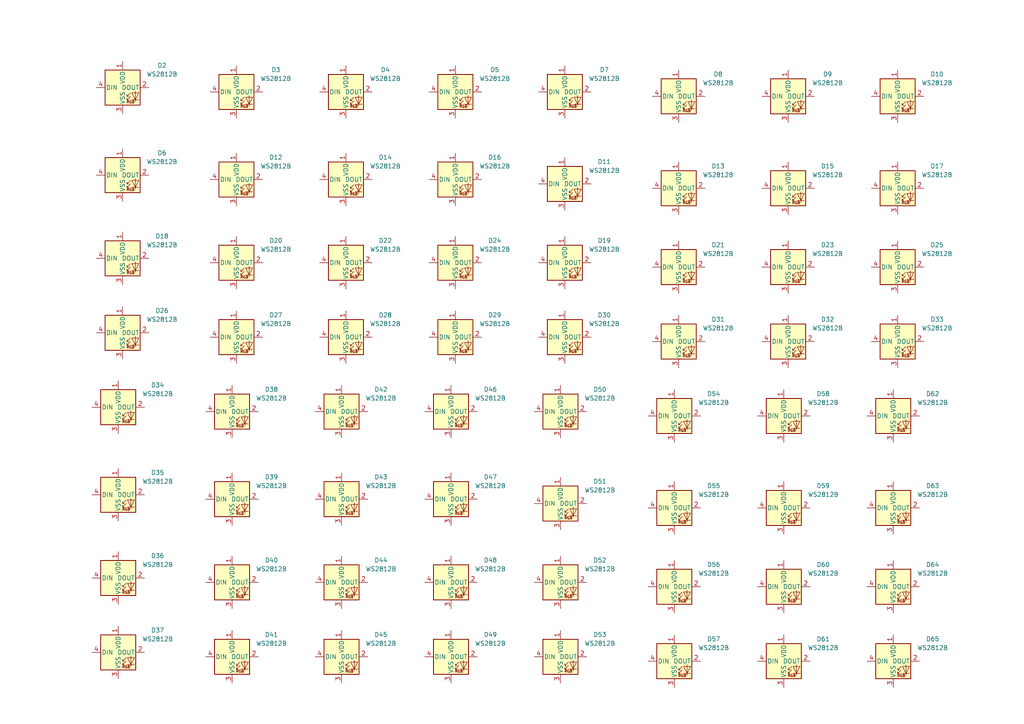
<source format=kicad_sch>
(kicad_sch (version 20250114) (generator "eeschema") (generator_version "9.0")
  (paper "A4")
  (lib_symbols
    (symbol "LED:WS2812B" (pin_names (offset 0.254))
      (property "Reference" "D" (at 5.08 5.715 0))
      (property "Value" "WS2812B" (at 1.27 -5.715 0))
      (symbol "WS2812B_0_0"
        (text "RGB" (at 2.286 -4.191 0) (effects (font (size 0.762 0.762))))
      )
      (symbol "WS2812B_0_1"
        (polyline (pts (xy 1.27 -2.54) (xy 1.778 -2.54)))
        (polyline (pts (xy 1.27 -3.556) (xy 1.778 -3.556)))
        (polyline (pts (xy 2.286 -1.524) (xy 1.27 -2.54) (xy 1.27 -2.032)))
        (polyline (pts (xy 2.286 -2.54) (xy 1.27 -3.556) (xy 1.27 -3.048)))
        (polyline (pts (xy 3.683 -1.016) (xy 3.683 -3.556) (xy 3.683 -4.064)))
        (polyline (pts (xy 4.699 -1.524) (xy 2.667 -1.524) (xy 3.683 -3.556) (xy 4.699 -1.524)))
        (polyline (pts (xy 4.699 -3.556) (xy 2.667 -3.556)))
        (rectangle (start 5.08 5.08) (end -5.08 -5.08) (stroke (width 0.254)) (fill (type background)))
      )
      (symbol "WS2812B_1_1"
        (pin input line (at -7.62 0 0) (length 2.54) (name "DIN") (number "4"))
        (pin power_in line (at 0 7.62 270) (length 2.54) (name "VDD") (number "1"))
        (pin power_in line (at 0 -7.62 90) (length 2.54) (name "VSS") (number "3"))
        (pin output line (at 7.62 0 180) (length 2.54) (name "DOUT") (number "2"))
      )
    )
  )
  (symbol (lib_id "LED:WS2812B") (at 163.83 97.79 0) (unit 1)
    (property "Reference" "D30" (at 175.26 91.3698 0))
    (property "Value" "WS2812B" (at 175.26 93.9098 0))
    (property "Footprint" "LED_SMD:LED_WS2812B_PLCC4_5.0x5.0mm_P3.2mm" (effects (hide yes)))
    (property "Datasheet" "https://cdn-shop.adafruit.com/datasheets/WS2812B.pdf" (effects (hide yes)))
    (property "Description" "RGB LED with integrated controller" (effects (hide yes)))
  )
  (symbol (lib_id "LED:WS2812B") (at 132.08 76.2 0) (unit 1)
    (property "Reference" "D24" (at 143.51 69.7798 0))
    (property "Value" "WS2812B" (at 143.51 72.3198 0))
    (property "Footprint" "LED_SMD:LED_WS2812B_PLCC4_5.0x5.0mm_P3.2mm" (effects (hide yes)))
    (property "Datasheet" "https://cdn-shop.adafruit.com/datasheets/WS2812B.pdf" (effects (hide yes)))
    (property "Description" "RGB LED with integrated controller" (effects (hide yes)))
  )
  (symbol (lib_id "LED:WS2812B") (at 196.85 27.94 0) (unit 1)
    (property "Reference" "D8" (at 208.28 21.5198 0))
    (property "Value" "WS2812B" (at 208.28 24.0598 0))
    (property "Footprint" "LED_SMD:LED_WS2812B_PLCC4_5.0x5.0mm_P3.2mm" (effects (hide yes)))
    (property "Datasheet" "https://cdn-shop.adafruit.com/datasheets/WS2812B.pdf" (effects (hide yes)))
    (property "Description" "RGB LED with integrated controller" (effects (hide yes)))
  )
  (symbol (lib_id "LED:WS2812B") (at 34.29 189.23 0) (unit 1)
    (property "Reference" "D37" (at 45.72 182.8098 0))
    (property "Value" "WS2812B" (at 45.72 185.3498 0))
    (property "Footprint" "LED_SMD:LED_WS2812B_PLCC4_5.0x5.0mm_P3.2mm" (effects (hide yes)))
    (property "Datasheet" "https://cdn-shop.adafruit.com/datasheets/WS2812B.pdf" (effects (hide yes)))
    (property "Description" "RGB LED with integrated controller" (effects (hide yes)))
  )
  (symbol (lib_id "LED:WS2812B") (at 260.35 99.06 0) (unit 1)
    (property "Reference" "D33" (at 271.78 92.6398 0))
    (property "Value" "WS2812B" (at 271.78 95.1798 0))
    (property "Footprint" "LED_SMD:LED_WS2812B_PLCC4_5.0x5.0mm_P3.2mm" (effects (hide yes)))
    (property "Datasheet" "https://cdn-shop.adafruit.com/datasheets/WS2812B.pdf" (effects (hide yes)))
    (property "Description" "RGB LED with integrated controller" (effects (hide yes)))
  )
  (symbol (lib_id "LED:WS2812B") (at 35.56 50.8 0) (unit 1)
    (property "Reference" "D6" (at 46.99 44.3798 0))
    (property "Value" "WS2812B" (at 46.99 46.9198 0))
    (property "Footprint" "LED_SMD:LED_WS2812B_PLCC4_5.0x5.0mm_P3.2mm" (effects (hide yes)))
    (property "Datasheet" "https://cdn-shop.adafruit.com/datasheets/WS2812B.pdf" (effects (hide yes)))
    (property "Description" "RGB LED with integrated controller" (effects (hide yes)))
  )
  (symbol (lib_id "LED:WS2812B") (at 259.08 120.65 0) (unit 1)
    (property "Reference" "D62" (at 270.51 114.2298 0))
    (property "Value" "WS2812B" (at 270.51 116.7698 0))
    (property "Footprint" "LED_SMD:LED_WS2812B_PLCC4_5.0x5.0mm_P3.2mm" (effects (hide yes)))
    (property "Datasheet" "https://cdn-shop.adafruit.com/datasheets/WS2812B.pdf" (effects (hide yes)))
    (property "Description" "RGB LED with integrated controller" (effects (hide yes)))
  )
  (symbol (lib_id "LED:WS2812B") (at 259.08 147.32 0) (unit 1)
    (property "Reference" "D63" (at 270.51 140.8998 0))
    (property "Value" "WS2812B" (at 270.51 143.4398 0))
    (property "Footprint" "LED_SMD:LED_WS2812B_PLCC4_5.0x5.0mm_P3.2mm" (effects (hide yes)))
    (property "Datasheet" "https://cdn-shop.adafruit.com/datasheets/WS2812B.pdf" (effects (hide yes)))
    (property "Description" "RGB LED with integrated controller" (effects (hide yes)))
  )
  (symbol (lib_id "LED:WS2812B") (at 162.56 190.5 0) (unit 1)
    (property "Reference" "D53" (at 173.99 184.0798 0))
    (property "Value" "WS2812B" (at 173.99 186.6198 0))
    (property "Footprint" "LED_SMD:LED_WS2812B_PLCC4_5.0x5.0mm_P3.2mm" (effects (hide yes)))
    (property "Datasheet" "https://cdn-shop.adafruit.com/datasheets/WS2812B.pdf" (effects (hide yes)))
    (property "Description" "RGB LED with integrated controller" (effects (hide yes)))
  )
  (symbol (lib_id "LED:WS2812B") (at 196.85 99.06 0) (unit 1)
    (property "Reference" "D31" (at 208.28 92.6398 0))
    (property "Value" "WS2812B" (at 208.28 95.1798 0))
    (property "Footprint" "LED_SMD:LED_WS2812B_PLCC4_5.0x5.0mm_P3.2mm" (effects (hide yes)))
    (property "Datasheet" "https://cdn-shop.adafruit.com/datasheets/WS2812B.pdf" (effects (hide yes)))
    (property "Description" "RGB LED with integrated controller" (effects (hide yes)))
  )
  (symbol (lib_id "LED:WS2812B") (at 67.31 168.91 0) (unit 1)
    (property "Reference" "D40" (at 78.74 162.4898 0))
    (property "Value" "WS2812B" (at 78.74 165.0298 0))
    (property "Footprint" "LED_SMD:LED_WS2812B_PLCC4_5.0x5.0mm_P3.2mm" (effects (hide yes)))
    (property "Datasheet" "https://cdn-shop.adafruit.com/datasheets/WS2812B.pdf" (effects (hide yes)))
    (property "Description" "RGB LED with integrated controller" (effects (hide yes)))
  )
  (symbol (lib_id "LED:WS2812B") (at 99.06 144.78 0) (unit 1)
    (property "Reference" "D43" (at 110.49 138.3598 0))
    (property "Value" "WS2812B" (at 110.49 140.8998 0))
    (property "Footprint" "LED_SMD:LED_WS2812B_PLCC4_5.0x5.0mm_P3.2mm" (effects (hide yes)))
    (property "Datasheet" "https://cdn-shop.adafruit.com/datasheets/WS2812B.pdf" (effects (hide yes)))
    (property "Description" "RGB LED with integrated controller" (effects (hide yes)))
  )
  (symbol (lib_id "LED:WS2812B") (at 228.6 54.61 0) (unit 1)
    (property "Reference" "D15" (at 240.03 48.1898 0))
    (property "Value" "WS2812B" (at 240.03 50.7298 0))
    (property "Footprint" "LED_SMD:LED_WS2812B_PLCC4_5.0x5.0mm_P3.2mm" (effects (hide yes)))
    (property "Datasheet" "https://cdn-shop.adafruit.com/datasheets/WS2812B.pdf" (effects (hide yes)))
    (property "Description" "RGB LED with integrated controller" (effects (hide yes)))
  )
  (symbol (lib_id "LED:WS2812B") (at 68.58 97.79 0) (unit 1)
    (property "Reference" "D27" (at 80.01 91.3698 0))
    (property "Value" "WS2812B" (at 80.01 93.9098 0))
    (property "Footprint" "LED_SMD:LED_WS2812B_PLCC4_5.0x5.0mm_P3.2mm" (effects (hide yes)))
    (property "Datasheet" "https://cdn-shop.adafruit.com/datasheets/WS2812B.pdf" (effects (hide yes)))
    (property "Description" "RGB LED with integrated controller" (effects (hide yes)))
  )
  (symbol (lib_id "LED:WS2812B") (at 67.31 119.38 0) (unit 1)
    (property "Reference" "D38" (at 78.74 112.9598 0))
    (property "Value" "WS2812B" (at 78.74 115.4998 0))
    (property "Footprint" "LED_SMD:LED_WS2812B_PLCC4_5.0x5.0mm_P3.2mm" (effects (hide yes)))
    (property "Datasheet" "https://cdn-shop.adafruit.com/datasheets/WS2812B.pdf" (effects (hide yes)))
    (property "Description" "RGB LED with integrated controller" (effects (hide yes)))
  )
  (symbol (lib_id "LED:WS2812B") (at 260.35 27.94 0) (unit 1)
    (property "Reference" "D10" (at 271.78 21.5198 0))
    (property "Value" "WS2812B" (at 271.78 24.0598 0))
    (property "Footprint" "LED_SMD:LED_WS2812B_PLCC4_5.0x5.0mm_P3.2mm" (effects (hide yes)))
    (property "Datasheet" "https://cdn-shop.adafruit.com/datasheets/WS2812B.pdf" (effects (hide yes)))
    (property "Description" "RGB LED with integrated controller" (effects (hide yes)))
  )
  (symbol (lib_id "LED:WS2812B") (at 130.81 119.38 0) (unit 1)
    (property "Reference" "D46" (at 142.24 112.9598 0))
    (property "Value" "WS2812B" (at 142.24 115.4998 0))
    (property "Footprint" "LED_SMD:LED_WS2812B_PLCC4_5.0x5.0mm_P3.2mm" (effects (hide yes)))
    (property "Datasheet" "https://cdn-shop.adafruit.com/datasheets/WS2812B.pdf" (effects (hide yes)))
    (property "Description" "RGB LED with integrated controller" (effects (hide yes)))
  )
  (symbol (lib_id "LED:WS2812B") (at 227.33 147.32 0) (unit 1)
    (property "Reference" "D59" (at 238.76 140.8998 0))
    (property "Value" "WS2812B" (at 238.76 143.4398 0))
    (property "Footprint" "LED_SMD:LED_WS2812B_PLCC4_5.0x5.0mm_P3.2mm" (effects (hide yes)))
    (property "Datasheet" "https://cdn-shop.adafruit.com/datasheets/WS2812B.pdf" (effects (hide yes)))
    (property "Description" "RGB LED with integrated controller" (effects (hide yes)))
  )
  (symbol (lib_id "LED:WS2812B") (at 227.33 120.65 0) (unit 1)
    (property "Reference" "D58" (at 238.76 114.2298 0))
    (property "Value" "WS2812B" (at 238.76 116.7698 0))
    (property "Footprint" "LED_SMD:LED_WS2812B_PLCC4_5.0x5.0mm_P3.2mm" (effects (hide yes)))
    (property "Datasheet" "https://cdn-shop.adafruit.com/datasheets/WS2812B.pdf" (effects (hide yes)))
    (property "Description" "RGB LED with integrated controller" (effects (hide yes)))
  )
  (symbol (lib_id "LED:WS2812B") (at 162.56 119.38 0) (unit 1)
    (property "Reference" "D50" (at 173.99 112.9598 0))
    (property "Value" "WS2812B" (at 173.99 115.4998 0))
    (property "Footprint" "LED_SMD:LED_WS2812B_PLCC4_5.0x5.0mm_P3.2mm" (effects (hide yes)))
    (property "Datasheet" "https://cdn-shop.adafruit.com/datasheets/WS2812B.pdf" (effects (hide yes)))
    (property "Description" "RGB LED with integrated controller" (effects (hide yes)))
  )
  (symbol (lib_id "LED:WS2812B") (at 34.29 167.64 0) (unit 1)
    (property "Reference" "D36" (at 45.72 161.2198 0))
    (property "Value" "WS2812B" (at 45.72 163.7598 0))
    (property "Footprint" "LED_SMD:LED_WS2812B_PLCC4_5.0x5.0mm_P3.2mm" (effects (hide yes)))
    (property "Datasheet" "https://cdn-shop.adafruit.com/datasheets/WS2812B.pdf" (effects (hide yes)))
    (property "Description" "RGB LED with integrated controller" (effects (hide yes)))
  )
  (symbol (lib_id "LED:WS2812B") (at 130.81 190.5 0) (unit 1)
    (property "Reference" "D49" (at 142.24 184.0798 0))
    (property "Value" "WS2812B" (at 142.24 186.6198 0))
    (property "Footprint" "LED_SMD:LED_WS2812B_PLCC4_5.0x5.0mm_P3.2mm" (effects (hide yes)))
    (property "Datasheet" "https://cdn-shop.adafruit.com/datasheets/WS2812B.pdf" (effects (hide yes)))
    (property "Description" "RGB LED with integrated controller" (effects (hide yes)))
  )
  (symbol (lib_id "LED:WS2812B") (at 259.08 170.18 0) (unit 1)
    (property "Reference" "D64" (at 270.51 163.7598 0))
    (property "Value" "WS2812B" (at 270.51 166.2998 0))
    (property "Footprint" "LED_SMD:LED_WS2812B_PLCC4_5.0x5.0mm_P3.2mm" (effects (hide yes)))
    (property "Datasheet" "https://cdn-shop.adafruit.com/datasheets/WS2812B.pdf" (effects (hide yes)))
    (property "Description" "RGB LED with integrated controller" (effects (hide yes)))
  )
  (symbol (lib_id "LED:WS2812B") (at 100.33 76.2 0) (unit 1)
    (property "Reference" "D22" (at 111.76 69.7798 0))
    (property "Value" "WS2812B" (at 111.76 72.3198 0))
    (property "Footprint" "LED_SMD:LED_WS2812B_PLCC4_5.0x5.0mm_P3.2mm" (effects (hide yes)))
    (property "Datasheet" "https://cdn-shop.adafruit.com/datasheets/WS2812B.pdf" (effects (hide yes)))
    (property "Description" "RGB LED with integrated controller" (effects (hide yes)))
  )
  (symbol (lib_id "LED:WS2812B") (at 228.6 77.47 0) (unit 1)
    (property "Reference" "D23" (at 240.03 71.0498 0))
    (property "Value" "WS2812B" (at 240.03 73.5898 0))
    (property "Footprint" "LED_SMD:LED_WS2812B_PLCC4_5.0x5.0mm_P3.2mm" (effects (hide yes)))
    (property "Datasheet" "https://cdn-shop.adafruit.com/datasheets/WS2812B.pdf" (effects (hide yes)))
    (property "Description" "RGB LED with integrated controller" (effects (hide yes)))
  )
  (symbol (lib_id "LED:WS2812B") (at 34.29 143.51 0) (unit 1)
    (property "Reference" "D35" (at 45.72 137.0898 0))
    (property "Value" "WS2812B" (at 45.72 139.6298 0))
    (property "Footprint" "LED_SMD:LED_WS2812B_PLCC4_5.0x5.0mm_P3.2mm" (effects (hide yes)))
    (property "Datasheet" "https://cdn-shop.adafruit.com/datasheets/WS2812B.pdf" (effects (hide yes)))
    (property "Description" "RGB LED with integrated controller" (effects (hide yes)))
  )
  (symbol (lib_id "LED:WS2812B") (at 228.6 99.06 0) (unit 1)
    (property "Reference" "D32" (at 240.03 92.6398 0))
    (property "Value" "WS2812B" (at 240.03 95.1798 0))
    (property "Footprint" "LED_SMD:LED_WS2812B_PLCC4_5.0x5.0mm_P3.2mm" (effects (hide yes)))
    (property "Datasheet" "https://cdn-shop.adafruit.com/datasheets/WS2812B.pdf" (effects (hide yes)))
    (property "Description" "RGB LED with integrated controller" (effects (hide yes)))
  )
  (symbol (lib_id "LED:WS2812B") (at 68.58 26.67 0) (unit 1)
    (property "Reference" "D3" (at 80.01 20.2498 0))
    (property "Value" "WS2812B" (at 80.01 22.7898 0))
    (property "Footprint" "LED_SMD:LED_WS2812B_PLCC4_5.0x5.0mm_P3.2mm" (effects (hide yes)))
    (property "Datasheet" "https://cdn-shop.adafruit.com/datasheets/WS2812B.pdf" (effects (hide yes)))
    (property "Description" "RGB LED with integrated controller" (effects (hide yes)))
  )
  (symbol (lib_id "LED:WS2812B") (at 163.83 76.2 0) (unit 1)
    (property "Reference" "D19" (at 175.26 69.7798 0))
    (property "Value" "WS2812B" (at 175.26 72.3198 0))
    (property "Footprint" "LED_SMD:LED_WS2812B_PLCC4_5.0x5.0mm_P3.2mm" (effects (hide yes)))
    (property "Datasheet" "https://cdn-shop.adafruit.com/datasheets/WS2812B.pdf" (effects (hide yes)))
    (property "Description" "RGB LED with integrated controller" (effects (hide yes)))
  )
  (symbol (lib_id "LED:WS2812B") (at 260.35 77.47 0) (unit 1)
    (property "Reference" "D25" (at 271.78 71.0498 0))
    (property "Value" "WS2812B" (at 271.78 73.5898 0))
    (property "Footprint" "LED_SMD:LED_WS2812B_PLCC4_5.0x5.0mm_P3.2mm" (effects (hide yes)))
    (property "Datasheet" "https://cdn-shop.adafruit.com/datasheets/WS2812B.pdf" (effects (hide yes)))
    (property "Description" "RGB LED with integrated controller" (effects (hide yes)))
  )
  (symbol (lib_id "LED:WS2812B") (at 259.08 191.77 0) (unit 1)
    (property "Reference" "D65" (at 270.51 185.3498 0))
    (property "Value" "WS2812B" (at 270.51 187.8898 0))
    (property "Footprint" "LED_SMD:LED_WS2812B_PLCC4_5.0x5.0mm_P3.2mm" (effects (hide yes)))
    (property "Datasheet" "https://cdn-shop.adafruit.com/datasheets/WS2812B.pdf" (effects (hide yes)))
    (property "Description" "RGB LED with integrated controller" (effects (hide yes)))
  )
  (symbol (lib_id "LED:WS2812B") (at 35.56 25.4 0) (unit 1)
    (property "Reference" "D2" (at 46.99 18.9798 0))
    (property "Value" "WS2812B" (at 46.99 21.5198 0))
    (property "Footprint" "LED_SMD:LED_WS2812B_PLCC4_5.0x5.0mm_P3.2mm" (effects (hide yes)))
    (property "Datasheet" "https://cdn-shop.adafruit.com/datasheets/WS2812B.pdf" (effects (hide yes)))
    (property "Description" "RGB LED with integrated controller" (effects (hide yes)))
  )
  (symbol (lib_id "LED:WS2812B") (at 162.56 168.91 0) (unit 1)
    (property "Reference" "D52" (at 173.99 162.4898 0))
    (property "Value" "WS2812B" (at 173.99 165.0298 0))
    (property "Footprint" "LED_SMD:LED_WS2812B_PLCC4_5.0x5.0mm_P3.2mm" (effects (hide yes)))
    (property "Datasheet" "https://cdn-shop.adafruit.com/datasheets/WS2812B.pdf" (effects (hide yes)))
    (property "Description" "RGB LED with integrated controller" (effects (hide yes)))
  )
  (symbol (lib_id "LED:WS2812B") (at 227.33 191.77 0) (unit 1)
    (property "Reference" "D61" (at 238.76 185.3498 0))
    (property "Value" "WS2812B" (at 238.76 187.8898 0))
    (property "Footprint" "LED_SMD:LED_WS2812B_PLCC4_5.0x5.0mm_P3.2mm" (effects (hide yes)))
    (property "Datasheet" "https://cdn-shop.adafruit.com/datasheets/WS2812B.pdf" (effects (hide yes)))
    (property "Description" "RGB LED with integrated controller" (effects (hide yes)))
  )
  (symbol (lib_id "LED:WS2812B") (at 100.33 52.07 0) (unit 1)
    (property "Reference" "D14" (at 111.76 45.6498 0))
    (property "Value" "WS2812B" (at 111.76 48.1898 0))
    (property "Footprint" "LED_SMD:LED_WS2812B_PLCC4_5.0x5.0mm_P3.2mm" (effects (hide yes)))
    (property "Datasheet" "https://cdn-shop.adafruit.com/datasheets/WS2812B.pdf" (effects (hide yes)))
    (property "Description" "RGB LED with integrated controller" (effects (hide yes)))
  )
  (symbol (lib_id "LED:WS2812B") (at 195.58 120.65 0) (unit 1)
    (property "Reference" "D54" (at 207.01 114.2298 0))
    (property "Value" "WS2812B" (at 207.01 116.7698 0))
    (property "Footprint" "LED_SMD:LED_WS2812B_PLCC4_5.0x5.0mm_P3.2mm" (effects (hide yes)))
    (property "Datasheet" "https://cdn-shop.adafruit.com/datasheets/WS2812B.pdf" (effects (hide yes)))
    (property "Description" "RGB LED with integrated controller" (effects (hide yes)))
  )
  (symbol (lib_id "LED:WS2812B") (at 35.56 96.52 0) (unit 1)
    (property "Reference" "D26" (at 46.99 90.0998 0))
    (property "Value" "WS2812B" (at 46.99 92.6398 0))
    (property "Footprint" "LED_SMD:LED_WS2812B_PLCC4_5.0x5.0mm_P3.2mm" (effects (hide yes)))
    (property "Datasheet" "https://cdn-shop.adafruit.com/datasheets/WS2812B.pdf" (effects (hide yes)))
    (property "Description" "RGB LED with integrated controller" (effects (hide yes)))
  )
  (symbol (lib_id "LED:WS2812B") (at 162.56 146.05 0) (unit 1)
    (property "Reference" "D51" (at 173.99 139.6298 0))
    (property "Value" "WS2812B" (at 173.99 142.1698 0))
    (property "Footprint" "LED_SMD:LED_WS2812B_PLCC4_5.0x5.0mm_P3.2mm" (effects (hide yes)))
    (property "Datasheet" "https://cdn-shop.adafruit.com/datasheets/WS2812B.pdf" (effects (hide yes)))
    (property "Description" "RGB LED with integrated controller" (effects (hide yes)))
  )
  (symbol (lib_id "LED:WS2812B") (at 260.35 54.61 0) (unit 1)
    (property "Reference" "D17" (at 271.78 48.1898 0))
    (property "Value" "WS2812B" (at 271.78 50.7298 0))
    (property "Footprint" "LED_SMD:LED_WS2812B_PLCC4_5.0x5.0mm_P3.2mm" (effects (hide yes)))
    (property "Datasheet" "https://cdn-shop.adafruit.com/datasheets/WS2812B.pdf" (effects (hide yes)))
    (property "Description" "RGB LED with integrated controller" (effects (hide yes)))
  )
  (symbol (lib_id "LED:WS2812B") (at 67.31 144.78 0) (unit 1)
    (property "Reference" "D39" (at 78.74 138.3598 0))
    (property "Value" "WS2812B" (at 78.74 140.8998 0))
    (property "Footprint" "LED_SMD:LED_WS2812B_PLCC4_5.0x5.0mm_P3.2mm" (effects (hide yes)))
    (property "Datasheet" "https://cdn-shop.adafruit.com/datasheets/WS2812B.pdf" (effects (hide yes)))
    (property "Description" "RGB LED with integrated controller" (effects (hide yes)))
  )
  (symbol (lib_id "LED:WS2812B") (at 100.33 97.79 0) (unit 1)
    (property "Reference" "D28" (at 111.76 91.3698 0))
    (property "Value" "WS2812B" (at 111.76 93.9098 0))
    (property "Footprint" "LED_SMD:LED_WS2812B_PLCC4_5.0x5.0mm_P3.2mm" (effects (hide yes)))
    (property "Datasheet" "https://cdn-shop.adafruit.com/datasheets/WS2812B.pdf" (effects (hide yes)))
    (property "Description" "RGB LED with integrated controller" (effects (hide yes)))
  )
  (symbol (lib_id "LED:WS2812B") (at 163.83 53.34 0) (unit 1)
    (property "Reference" "D11" (at 175.26 46.9198 0))
    (property "Value" "WS2812B" (at 175.26 49.4598 0))
    (property "Footprint" "LED_SMD:LED_WS2812B_PLCC4_5.0x5.0mm_P3.2mm" (effects (hide yes)))
    (property "Datasheet" "https://cdn-shop.adafruit.com/datasheets/WS2812B.pdf" (effects (hide yes)))
    (property "Description" "RGB LED with integrated controller" (effects (hide yes)))
  )
  (symbol (lib_id "LED:WS2812B") (at 130.81 144.78 0) (unit 1)
    (property "Reference" "D47" (at 142.24 138.3598 0))
    (property "Value" "WS2812B" (at 142.24 140.8998 0))
    (property "Footprint" "LED_SMD:LED_WS2812B_PLCC4_5.0x5.0mm_P3.2mm" (effects (hide yes)))
    (property "Datasheet" "https://cdn-shop.adafruit.com/datasheets/WS2812B.pdf" (effects (hide yes)))
    (property "Description" "RGB LED with integrated controller" (effects (hide yes)))
  )
  (symbol (lib_id "LED:WS2812B") (at 195.58 170.18 0) (unit 1)
    (property "Reference" "D56" (at 207.01 163.7598 0))
    (property "Value" "WS2812B" (at 207.01 166.2998 0))
    (property "Footprint" "LED_SMD:LED_WS2812B_PLCC4_5.0x5.0mm_P3.2mm" (effects (hide yes)))
    (property "Datasheet" "https://cdn-shop.adafruit.com/datasheets/WS2812B.pdf" (effects (hide yes)))
    (property "Description" "RGB LED with integrated controller" (effects (hide yes)))
  )
  (symbol (lib_id "LED:WS2812B") (at 68.58 52.07 0) (unit 1)
    (property "Reference" "D12" (at 80.01 45.6498 0))
    (property "Value" "WS2812B" (at 80.01 48.1898 0))
    (property "Footprint" "LED_SMD:LED_WS2812B_PLCC4_5.0x5.0mm_P3.2mm" (effects (hide yes)))
    (property "Datasheet" "https://cdn-shop.adafruit.com/datasheets/WS2812B.pdf" (effects (hide yes)))
    (property "Description" "RGB LED with integrated controller" (effects (hide yes)))
  )
  (symbol (lib_id "LED:WS2812B") (at 99.06 119.38 0) (unit 1)
    (property "Reference" "D42" (at 110.49 112.9598 0))
    (property "Value" "WS2812B" (at 110.49 115.4998 0))
    (property "Footprint" "LED_SMD:LED_WS2812B_PLCC4_5.0x5.0mm_P3.2mm" (effects (hide yes)))
    (property "Datasheet" "https://cdn-shop.adafruit.com/datasheets/WS2812B.pdf" (effects (hide yes)))
    (property "Description" "RGB LED with integrated controller" (effects (hide yes)))
  )
  (symbol (lib_id "LED:WS2812B") (at 228.6 27.94 0) (unit 1)
    (property "Reference" "D9" (at 240.03 21.5198 0))
    (property "Value" "WS2812B" (at 240.03 24.0598 0))
    (property "Footprint" "LED_SMD:LED_WS2812B_PLCC4_5.0x5.0mm_P3.2mm" (effects (hide yes)))
    (property "Datasheet" "https://cdn-shop.adafruit.com/datasheets/WS2812B.pdf" (effects (hide yes)))
    (property "Description" "RGB LED with integrated controller" (effects (hide yes)))
  )
  (symbol (lib_id "LED:WS2812B") (at 99.06 168.91 0) (unit 1)
    (property "Reference" "D44" (at 110.49 162.4898 0))
    (property "Value" "WS2812B" (at 110.49 165.0298 0))
    (property "Footprint" "LED_SMD:LED_WS2812B_PLCC4_5.0x5.0mm_P3.2mm" (effects (hide yes)))
    (property "Datasheet" "https://cdn-shop.adafruit.com/datasheets/WS2812B.pdf" (effects (hide yes)))
    (property "Description" "RGB LED with integrated controller" (effects (hide yes)))
  )
  (symbol (lib_id "LED:WS2812B") (at 196.85 54.61 0) (unit 1)
    (property "Reference" "D13" (at 208.28 48.1898 0))
    (property "Value" "WS2812B" (at 208.28 50.7298 0))
    (property "Footprint" "LED_SMD:LED_WS2812B_PLCC4_5.0x5.0mm_P3.2mm" (effects (hide yes)))
    (property "Datasheet" "https://cdn-shop.adafruit.com/datasheets/WS2812B.pdf" (effects (hide yes)))
    (property "Description" "RGB LED with integrated controller" (effects (hide yes)))
  )
  (symbol (lib_id "LED:WS2812B") (at 196.85 77.47 0) (unit 1)
    (property "Reference" "D21" (at 208.28 71.0498 0))
    (property "Value" "WS2812B" (at 208.28 73.5898 0))
    (property "Footprint" "LED_SMD:LED_WS2812B_PLCC4_5.0x5.0mm_P3.2mm" (effects (hide yes)))
    (property "Datasheet" "https://cdn-shop.adafruit.com/datasheets/WS2812B.pdf" (effects (hide yes)))
    (property "Description" "RGB LED with integrated controller" (effects (hide yes)))
  )
  (symbol (lib_id "LED:WS2812B") (at 100.33 26.67 0) (unit 1)
    (property "Reference" "D4" (at 111.76 20.2498 0))
    (property "Value" "WS2812B" (at 111.76 22.7898 0))
    (property "Footprint" "LED_SMD:LED_WS2812B_PLCC4_5.0x5.0mm_P3.2mm" (effects (hide yes)))
    (property "Datasheet" "https://cdn-shop.adafruit.com/datasheets/WS2812B.pdf" (effects (hide yes)))
    (property "Description" "RGB LED with integrated controller" (effects (hide yes)))
  )
  (symbol (lib_id "LED:WS2812B") (at 195.58 191.77 0) (unit 1)
    (property "Reference" "D57" (at 207.01 185.3498 0))
    (property "Value" "WS2812B" (at 207.01 187.8898 0))
    (property "Footprint" "LED_SMD:LED_WS2812B_PLCC4_5.0x5.0mm_P3.2mm" (effects (hide yes)))
    (property "Datasheet" "https://cdn-shop.adafruit.com/datasheets/WS2812B.pdf" (effects (hide yes)))
    (property "Description" "RGB LED with integrated controller" (effects (hide yes)))
  )
  (symbol (lib_id "LED:WS2812B") (at 67.31 190.5 0) (unit 1)
    (property "Reference" "D41" (at 78.74 184.0798 0))
    (property "Value" "WS2812B" (at 78.74 186.6198 0))
    (property "Footprint" "LED_SMD:LED_WS2812B_PLCC4_5.0x5.0mm_P3.2mm" (effects (hide yes)))
    (property "Datasheet" "https://cdn-shop.adafruit.com/datasheets/WS2812B.pdf" (effects (hide yes)))
    (property "Description" "RGB LED with integrated controller" (effects (hide yes)))
  )
  (symbol (lib_id "LED:WS2812B") (at 132.08 97.79 0) (unit 1)
    (property "Reference" "D29" (at 143.51 91.3698 0))
    (property "Value" "WS2812B" (at 143.51 93.9098 0))
    (property "Footprint" "LED_SMD:LED_WS2812B_PLCC4_5.0x5.0mm_P3.2mm" (effects (hide yes)))
    (property "Datasheet" "https://cdn-shop.adafruit.com/datasheets/WS2812B.pdf" (effects (hide yes)))
    (property "Description" "RGB LED with integrated controller" (effects (hide yes)))
  )
  (symbol (lib_id "LED:WS2812B") (at 130.81 168.91 0) (unit 1)
    (property "Reference" "D48" (at 142.24 162.4898 0))
    (property "Value" "WS2812B" (at 142.24 165.0298 0))
    (property "Footprint" "LED_SMD:LED_WS2812B_PLCC4_5.0x5.0mm_P3.2mm" (effects (hide yes)))
    (property "Datasheet" "https://cdn-shop.adafruit.com/datasheets/WS2812B.pdf" (effects (hide yes)))
    (property "Description" "RGB LED with integrated controller" (effects (hide yes)))
  )
  (symbol (lib_id "LED:WS2812B") (at 195.58 147.32 0) (unit 1)
    (property "Reference" "D55" (at 207.01 140.8998 0))
    (property "Value" "WS2812B" (at 207.01 143.4398 0))
    (property "Footprint" "LED_SMD:LED_WS2812B_PLCC4_5.0x5.0mm_P3.2mm" (effects (hide yes)))
    (property "Datasheet" "https://cdn-shop.adafruit.com/datasheets/WS2812B.pdf" (effects (hide yes)))
    (property "Description" "RGB LED with integrated controller" (effects (hide yes)))
  )
  (symbol (lib_id "LED:WS2812B") (at 35.56 74.93 0) (unit 1)
    (property "Reference" "D18" (at 46.99 68.5098 0))
    (property "Value" "WS2812B" (at 46.99 71.0498 0))
    (property "Footprint" "LED_SMD:LED_WS2812B_PLCC4_5.0x5.0mm_P3.2mm" (effects (hide yes)))
    (property "Datasheet" "https://cdn-shop.adafruit.com/datasheets/WS2812B.pdf" (effects (hide yes)))
    (property "Description" "RGB LED with integrated controller" (effects (hide yes)))
  )
  (symbol (lib_id "LED:WS2812B") (at 99.06 190.5 0) (unit 1)
    (property "Reference" "D45" (at 110.49 184.0798 0))
    (property "Value" "WS2812B" (at 110.49 186.6198 0))
    (property "Footprint" "LED_SMD:LED_WS2812B_PLCC4_5.0x5.0mm_P3.2mm" (effects (hide yes)))
    (property "Datasheet" "https://cdn-shop.adafruit.com/datasheets/WS2812B.pdf" (effects (hide yes)))
    (property "Description" "RGB LED with integrated controller" (effects (hide yes)))
  )
  (symbol (lib_id "LED:WS2812B") (at 34.29 118.11 0) (unit 1)
    (property "Reference" "D34" (at 45.72 111.6898 0))
    (property "Value" "WS2812B" (at 45.72 114.2298 0))
    (property "Footprint" "LED_SMD:LED_WS2812B_PLCC4_5.0x5.0mm_P3.2mm" (effects (hide yes)))
    (property "Datasheet" "https://cdn-shop.adafruit.com/datasheets/WS2812B.pdf" (effects (hide yes)))
    (property "Description" "RGB LED with integrated controller" (effects (hide yes)))
  )
  (symbol (lib_id "LED:WS2812B") (at 132.08 52.07 0) (unit 1)
    (property "Reference" "D16" (at 143.51 45.6498 0))
    (property "Value" "WS2812B" (at 143.51 48.1898 0))
    (property "Footprint" "LED_SMD:LED_WS2812B_PLCC4_5.0x5.0mm_P3.2mm" (effects (hide yes)))
    (property "Datasheet" "https://cdn-shop.adafruit.com/datasheets/WS2812B.pdf" (effects (hide yes)))
    (property "Description" "RGB LED with integrated controller" (effects (hide yes)))
  )
  (symbol (lib_id "LED:WS2812B") (at 68.58 76.2 0) (unit 1)
    (property "Reference" "D20" (at 80.01 69.7798 0))
    (property "Value" "WS2812B" (at 80.01 72.3198 0))
    (property "Footprint" "LED_SMD:LED_WS2812B_PLCC4_5.0x5.0mm_P3.2mm" (effects (hide yes)))
    (property "Datasheet" "https://cdn-shop.adafruit.com/datasheets/WS2812B.pdf" (effects (hide yes)))
    (property "Description" "RGB LED with integrated controller" (effects (hide yes)))
  )
  (symbol (lib_id "LED:WS2812B") (at 132.08 26.67 0) (unit 1)
    (property "Reference" "D5" (at 143.51 20.2498 0))
    (property "Value" "WS2812B" (at 143.51 22.7898 0))
    (property "Footprint" "LED_SMD:LED_WS2812B_PLCC4_5.0x5.0mm_P3.2mm" (effects (hide yes)))
    (property "Datasheet" "https://cdn-shop.adafruit.com/datasheets/WS2812B.pdf" (effects (hide yes)))
    (property "Description" "RGB LED with integrated controller" (effects (hide yes)))
  )
  (symbol (lib_id "LED:WS2812B") (at 227.33 170.18 0) (unit 1)
    (property "Reference" "D60" (at 238.76 163.7598 0))
    (property "Value" "WS2812B" (at 238.76 166.2998 0))
    (property "Footprint" "LED_SMD:LED_WS2812B_PLCC4_5.0x5.0mm_P3.2mm" (effects (hide yes)))
    (property "Datasheet" "https://cdn-shop.adafruit.com/datasheets/WS2812B.pdf" (effects (hide yes)))
    (property "Description" "RGB LED with integrated controller" (effects (hide yes)))
  )
  (symbol (lib_id "LED:WS2812B") (at 163.83 26.67 0) (unit 1)
    (property "Reference" "D7" (at 175.26 20.2498 0))
    (property "Value" "WS2812B" (at 175.26 22.7898 0))
    (property "Footprint" "LED_SMD:LED_WS2812B_PLCC4_5.0x5.0mm_P3.2mm" (effects (hide yes)))
    (property "Datasheet" "https://cdn-shop.adafruit.com/datasheets/WS2812B.pdf" (effects (hide yes)))
    (property "Description" "RGB LED with integrated controller" (effects (hide yes)))
  )
)
</source>
